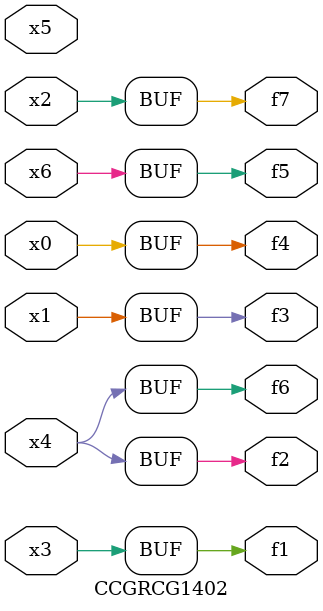
<source format=v>
module CCGRCG1402(
	input x0, x1, x2, x3, x4, x5, x6,
	output f1, f2, f3, f4, f5, f6, f7
);
	assign f1 = x3;
	assign f2 = x4;
	assign f3 = x1;
	assign f4 = x0;
	assign f5 = x6;
	assign f6 = x4;
	assign f7 = x2;
endmodule

</source>
